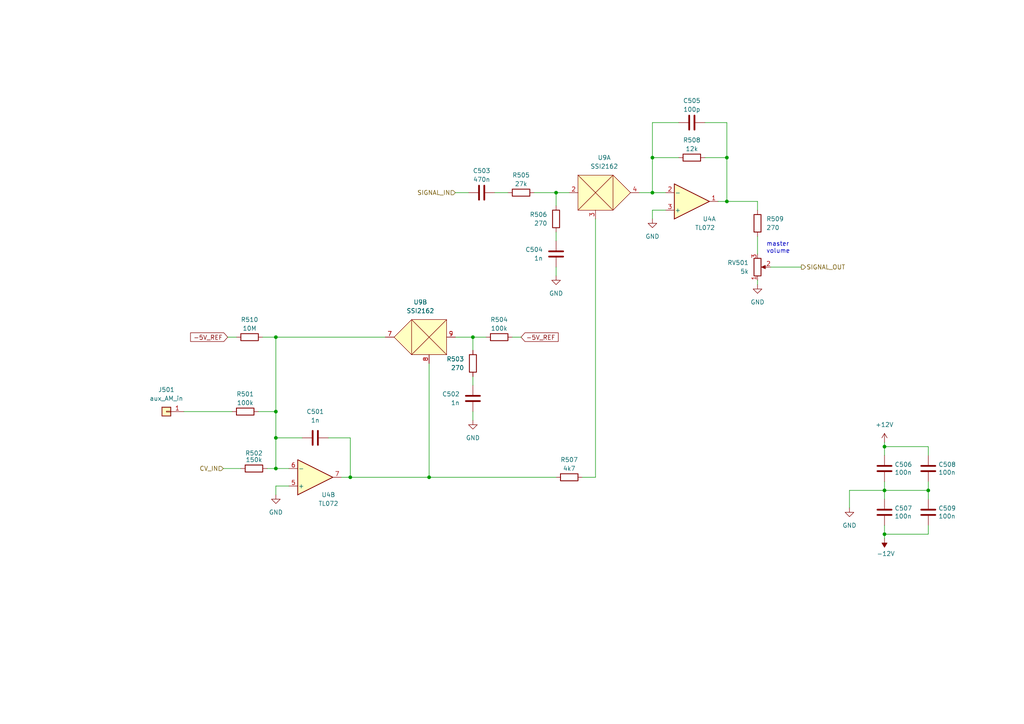
<source format=kicad_sch>
(kicad_sch (version 20211123) (generator eeschema)
  (paper "A4")
  (title_block (title "Micro-Pico Tiny Monosynth") (date "2022-10-06") (rev "1.0") (comment 1 "creativecommons.org/licences/by/4.0") (comment 2 "Licence: CC by 4.0") (comment 3 "Author: Jordan Aceto"))
  (lib_symbols
    (symbol "Amplifier_Operational:TL072" (pin_names (offset 0.127))
      (property "Reference" "U" (at 0 5.08 0))
      (property "Value" "TL072" (at 0 -5.08 0))
      (symbol "TL072_1_1"
        (polyline (pts (xy -5.08 5.08) (xy 5.08 0) (xy -5.08 -5.08) (xy -5.08 5.08)) (stroke (width 0.254)) (fill (type background)))
        (pin output line (at 7.62 0 180) (length 2.54) (name "~") (number "1"))
        (pin input line (at -7.62 -2.54 0) (length 2.54) (name "-") (number "2"))
        (pin input line (at -7.62 2.54 0) (length 2.54) (name "+") (number "3"))
      )
      (symbol "TL072_2_1"
        (polyline (pts (xy -5.08 5.08) (xy 5.08 0) (xy -5.08 -5.08) (xy -5.08 5.08)) (stroke (width 0.254)) (fill (type background)))
        (pin input line (at -7.62 2.54 0) (length 2.54) (name "+") (number "5"))
        (pin input line (at -7.62 -2.54 0) (length 2.54) (name "-") (number "6"))
        (pin output line (at 7.62 0 180) (length 2.54) (name "~") (number "7"))
      )
      (symbol "TL072_3_1"
        (pin power_in line (at -2.54 -7.62 90) (length 3.81) (name "V-") (number "4"))
        (pin power_in line (at -2.54 7.62 270) (length 3.81) (name "V+") (number "8"))
      )
    )
    (symbol "Connector_Generic:Conn_01x01" (pin_names (offset 1.016) hide)
      (property "Reference" "J" (at 0 2.54 0))
      (property "Value" "Conn_01x01" (at 0 -2.54 0))
      (symbol "Conn_01x01_1_1"
        (rectangle (start -1.27 0.127) (end 0 -0.127) (stroke (width 0.1524)))
        (rectangle (start -1.27 1.27) (end 1.27 -1.27) (stroke (width 0.254)) (fill (type background)))
        (pin passive line (at -5.08 0 0) (length 3.81) (name "Pin_1") (number "1"))
      )
    )
    (symbol "Device:C" (pin_numbers hide) (pin_names (offset 0.254))
      (property "Reference" "C" (at 0.635 2.54 0))
      (property "Value" "C" (at 0.635 -2.54 0))
      (symbol "C_0_1"
        (polyline (pts (xy -2.032 -0.762) (xy 2.032 -0.762)) (stroke (width 0.508)))
        (polyline (pts (xy -2.032 0.762) (xy 2.032 0.762)) (stroke (width 0.508)))
      )
      (symbol "C_1_1"
        (pin passive line (at 0 3.81 270) (length 2.794) (name "~") (number "1"))
        (pin passive line (at 0 -3.81 90) (length 2.794) (name "~") (number "2"))
      )
    )
    (symbol "Device:R" (pin_numbers hide) (pin_names (offset 0))
      (property "Reference" "R" (at 2.032 0 90))
      (property "Value" "R" (at 0 0 90))
      (symbol "R_0_1"
        (rectangle (start -1.016 -2.54) (end 1.016 2.54) (stroke (width 0.254)))
      )
      (symbol "R_1_1"
        (pin passive line (at 0 3.81 270) (length 1.27) (name "~") (number "1"))
        (pin passive line (at 0 -3.81 90) (length 1.27) (name "~") (number "2"))
      )
    )
    (symbol "Device:R_Potentiometer" (pin_names (offset 1.016) hide)
      (property "Reference" "RV" (at -4.445 0 90))
      (property "Value" "R_Potentiometer" (at -2.54 0 90))
      (symbol "R_Potentiometer_0_1"
        (polyline (pts (xy 2.54 0) (xy 1.524 0)))
        (polyline (pts (xy 1.143 0) (xy 2.286 0.508) (xy 2.286 -0.508) (xy 1.143 0)) (fill (type outline)))
        (rectangle (start 1.016 2.54) (end -1.016 -2.54) (stroke (width 0.254)))
      )
      (symbol "R_Potentiometer_1_1"
        (pin passive line (at 0 3.81 270) (length 1.27) (name "1") (number "1"))
        (pin passive line (at 3.81 0 180) (length 1.27) (name "2") (number "2"))
        (pin passive line (at 0 -3.81 90) (length 1.27) (name "3") (number "3"))
      )
    )
    (symbol "custom_symbols:SSI2162" (pin_names (offset 1.016))
      (property "Reference" "U?" (at -2.54 10.16 0))
      (property "Value" "SSI2162" (at -2.54 7.62 0))
      (symbol "SSI2162_1_1"
        (rectangle (start -5.08 5.08) (end 5.08 -5.08) (fill (type background)))
        (polyline (pts (xy 5.08 5.08) (xy -5.08 -5.08)))
        (polyline (pts (xy 5.08 5.08) (xy 10.16 0) (xy 5.08 -5.08) (xy -5.08 5.08)) (fill (type background)))
        (pin input line (at -7.62 0 0) (length 2.54) (name "~") (number "2"))
        (pin input line (at 0 -7.62 90) (length 2.54) (name "~") (number "3"))
        (pin output line (at 12.7 0 180) (length 2.54) (name "~") (number "4"))
      )
      (symbol "SSI2162_2_1"
        (rectangle (start -5.08 5.08) (end 5.08 -5.08) (fill (type background)))
        (polyline (pts (xy 5.08 5.08) (xy -5.08 -5.08)))
        (polyline (pts (xy 5.08 5.08) (xy 10.16 0) (xy 5.08 -5.08) (xy -5.08 5.08)) (fill (type background)))
        (pin output line (at 12.7 0 180) (length 2.54) (name "~") (number "7"))
        (pin input line (at 0 -7.62 90) (length 2.54) (name "~") (number "8"))
        (pin input line (at -7.62 0 0) (length 2.54) (name "~") (number "9"))
      )
      (symbol "SSI2162_3_1"
        (rectangle (start 3.81 -10.16) (end -3.81 6.35) (fill (type background)))
        (pin input line (at 6.35 3.81 180) (length 2.54) (name "MODE") (number "1"))
        (pin power_in line (at 6.35 0 180) (length 2.54) (name "V+") (number "10"))
        (pin power_in line (at 6.35 -3.81 180) (length 2.54) (name "GND") (number "5"))
        (pin power_in line (at 6.35 -7.62 180) (length 2.54) (name "V-") (number "6"))
      )
    )
    (symbol "power:+12V" (power) (pin_names (offset 0))
      (property "Value" "+12V" (at 0 3.556 0))
      (symbol "+12V_0_1"
        (polyline (pts (xy -0.762 1.27) (xy 0 2.54)))
        (polyline (pts (xy 0 0) (xy 0 2.54)))
        (polyline (pts (xy 0 2.54) (xy 0.762 1.27)))
      )
      (symbol "+12V_1_1"
        (pin power_in line (at 0 0 90) (length 0) hide (name "+12V") (number "1"))
      )
    )
    (symbol "power:-12V" (power) (pin_names (offset 0))
      (property "Value" "-12V" (at 0 3.81 0))
      (symbol "-12V_0_0"
        (pin power_in line (at 0 0 90) (length 0) hide (name "-12V") (number "1"))
      )
      (symbol "-12V_0_1"
        (polyline (pts (xy 0 0) (xy 0 1.27) (xy 0.762 1.27) (xy 0 2.54) (xy -0.762 1.27) (xy 0 1.27)) (fill (type outline)))
      )
    )
    (symbol "power:GND" (power) (pin_names (offset 0))
      (property "Value" "GND" (at 0 -3.81 0))
      (symbol "GND_0_1"
        (polyline (pts (xy 0 0) (xy 0 -1.27) (xy 1.27 -1.27) (xy 0 -2.54) (xy -1.27 -1.27) (xy 0 -1.27)))
      )
      (symbol "GND_1_1"
        (pin power_in line (at 0 0 270) (length 0) hide (name "GND") (number "1"))
      )
    )
  )
  (junction (at 80.01 97.79))
  (junction (at 124.46 138.43))
  (junction (at 210.82 45.72))
  (junction (at 189.23 45.72))
  (junction (at 210.82 58.42))
  (junction (at 80.01 135.89))
  (junction (at 269.24 142.24))
  (junction (at 256.54 129.54))
  (junction (at 256.54 142.24))
  (junction (at 189.23 55.88))
  (junction (at 80.01 119.38))
  (junction (at 101.6 138.43))
  (junction (at 161.29 55.88))
  (junction (at 137.16 97.79))
  (junction (at 256.54 154.94))
  (junction (at 80.01 127))
  (wire (pts (xy 256.54 154.94) (xy 269.24 154.94)))
  (wire (pts (xy 161.29 77.47) (xy 161.29 80.01)))
  (wire (pts (xy 80.01 140.97) (xy 83.82 140.97)))
  (wire (pts (xy 101.6 127) (xy 101.6 138.43)))
  (wire (pts (xy 168.91 138.43) (xy 172.72 138.43)))
  (wire (pts (xy 154.94 55.88) (xy 161.29 55.88)))
  (wire (pts (xy 189.23 35.56) (xy 189.23 45.72)))
  (wire (pts (xy 269.24 139.7) (xy 269.24 142.24)))
  (wire (pts (xy 80.01 143.51) (xy 80.01 140.97)))
  (wire (pts (xy 124.46 138.43) (xy 101.6 138.43)))
  (wire (pts (xy 151.13 97.79) (xy 148.59 97.79)))
  (wire (pts (xy 74.93 119.38) (xy 80.01 119.38)))
  (wire (pts (xy 172.72 63.5) (xy 172.72 138.43)))
  (wire (pts (xy 256.54 152.4) (xy 256.54 154.94)))
  (wire (pts (xy 219.71 68.58) (xy 219.71 73.66)))
  (wire (pts (xy 137.16 97.79) (xy 140.97 97.79)))
  (wire (pts (xy 269.24 129.54) (xy 256.54 129.54)))
  (wire (pts (xy 111.76 97.79) (xy 80.01 97.79)))
  (wire (pts (xy 143.51 55.88) (xy 147.32 55.88)))
  (wire (pts (xy 80.01 97.79) (xy 76.2 97.79)))
  (wire (pts (xy 69.85 135.89) (xy 64.77 135.89)))
  (wire (pts (xy 80.01 127) (xy 80.01 119.38)))
  (wire (pts (xy 219.71 81.28) (xy 219.71 82.55)))
  (wire (pts (xy 137.16 101.6) (xy 137.16 97.79)))
  (wire (pts (xy 193.04 55.88) (xy 189.23 55.88)))
  (wire (pts (xy 246.38 142.24) (xy 256.54 142.24)))
  (wire (pts (xy 269.24 142.24) (xy 256.54 142.24)))
  (wire (pts (xy 204.47 45.72) (xy 210.82 45.72)))
  (wire (pts (xy 189.23 55.88) (xy 189.23 45.72)))
  (wire (pts (xy 223.52 77.47) (xy 232.41 77.47)))
  (wire (pts (xy 246.38 147.32) (xy 246.38 142.24)))
  (wire (pts (xy 256.54 132.08) (xy 256.54 129.54)))
  (wire (pts (xy 137.16 119.38) (xy 137.16 121.92)))
  (wire (pts (xy 196.85 35.56) (xy 189.23 35.56)))
  (wire (pts (xy 189.23 55.88) (xy 185.42 55.88)))
  (wire (pts (xy 80.01 135.89) (xy 77.47 135.89)))
  (wire (pts (xy 53.34 119.38) (xy 67.31 119.38)))
  (wire (pts (xy 256.54 144.78) (xy 256.54 142.24)))
  (wire (pts (xy 210.82 58.42) (xy 208.28 58.42)))
  (wire (pts (xy 210.82 58.42) (xy 219.71 58.42)))
  (wire (pts (xy 66.04 97.79) (xy 68.58 97.79)))
  (wire (pts (xy 210.82 35.56) (xy 210.82 45.72)))
  (wire (pts (xy 101.6 138.43) (xy 99.06 138.43)))
  (wire (pts (xy 161.29 67.31) (xy 161.29 69.85)))
  (wire (pts (xy 83.82 135.89) (xy 80.01 135.89)))
  (wire (pts (xy 80.01 135.89) (xy 80.01 127)))
  (wire (pts (xy 269.24 152.4) (xy 269.24 154.94)))
  (wire (pts (xy 189.23 45.72) (xy 196.85 45.72)))
  (wire (pts (xy 80.01 119.38) (xy 80.01 97.79)))
  (wire (pts (xy 204.47 35.56) (xy 210.82 35.56)))
  (wire (pts (xy 189.23 63.5) (xy 189.23 60.96)))
  (wire (pts (xy 137.16 97.79) (xy 132.08 97.79)))
  (wire (pts (xy 161.29 59.69) (xy 161.29 55.88)))
  (wire (pts (xy 161.29 55.88) (xy 165.1 55.88)))
  (wire (pts (xy 135.89 55.88) (xy 132.08 55.88)))
  (wire (pts (xy 137.16 109.22) (xy 137.16 111.76)))
  (wire (pts (xy 256.54 139.7) (xy 256.54 142.24)))
  (wire (pts (xy 80.01 127) (xy 87.63 127)))
  (wire (pts (xy 124.46 105.41) (xy 124.46 138.43)))
  (wire (pts (xy 210.82 45.72) (xy 210.82 58.42)))
  (wire (pts (xy 256.54 156.21) (xy 256.54 154.94)))
  (wire (pts (xy 189.23 60.96) (xy 193.04 60.96)))
  (wire (pts (xy 219.71 58.42) (xy 219.71 60.96)))
  (wire (pts (xy 269.24 132.08) (xy 269.24 129.54)))
  (wire (pts (xy 269.24 144.78) (xy 269.24 142.24)))
  (wire (pts (xy 124.46 138.43) (xy 161.29 138.43)))
  (wire (pts (xy 256.54 128.27) (xy 256.54 129.54)))
  (wire (pts (xy 95.25 127) (xy 101.6 127)))
  (text "master\nvolume" (at 222.25 73.66 0) (effects (font (size 1.27 1.27)) (justify left bottom)))
  (global_label "-5V_REF" (shape input) (at 66.04 97.79 180) (property "Intersheet References" "${INTERSHEET_REFS}" (effects hide)))
  (global_label "-5V_REF" (shape input) (at 151.13 97.79 0) (property "Intersheet References" "${INTERSHEET_REFS}" (effects hide)))
  (hierarchical_label "SIGNAL_OUT" (shape output) (at 232.41 77.47 0))
  (hierarchical_label "CV_IN" (shape input) (at 64.77 135.89 180))
  (hierarchical_label "SIGNAL_IN" (shape input) (at 132.08 55.88 180))
  (symbol (lib_id "power:GND") (at 80.01 143.51 0) (mirror y) (unit 1)
    (property "Reference" "#PWR0502" (effects hide))
    (property "Value" "GND" (at 80.01 148.59 0))
  )
  (symbol (lib_id "Device:R") (at 161.29 63.5 0) (mirror y) (unit 1)
    (property "Reference" "R506" (at 158.75 62.2299 0) (effects (justify left)))
    (property "Value" "270" (at 158.75 64.7699 0) (effects (justify left)))
    (property "Footprint" "Resistor_SMD:R_0603_1608Metric" (effects hide))
  )
  (symbol (lib_id "Device:C") (at 139.7 55.88 90) (unit 1)
    (property "Reference" "C503" (at 139.7 49.53 90))
    (property "Value" "470n" (at 139.7 52.07 90))
    (property "Footprint" "Capacitor_THT:C_Rect_L7.0mm_W3.5mm_P5.00mm" (effects hide))
  )
  (symbol (lib_id "Device:R") (at 144.78 97.79 90) (unit 1)
    (property "Reference" "R504" (at 144.78 92.71 90))
    (property "Value" "100k" (at 144.78 95.25 90))
    (property "Footprint" "Resistor_SMD:R_0603_1608Metric" (effects hide))
  )
  (symbol (lib_id "Device:R") (at 137.16 105.41 0) (unit 1)
    (property "Reference" "R503" (at 134.62 104.1399 0) (effects (justify right)))
    (property "Value" "270" (at 134.62 106.6799 0) (effects (justify right)))
    (property "Footprint" "Resistor_SMD:R_0603_1608Metric" (effects hide))
  )
  (symbol (lib_id "Device:C") (at 269.24 135.89 0) (unit 1)
    (property "Reference" "C508" (at 272.161 134.7216 0) (effects (justify left)))
    (property "Value" "100n" (at 272.161 137.033 0) (effects (justify left)))
    (property "Footprint" "Capacitor_SMD:C_0603_1608Metric" (effects hide))
  )
  (symbol (lib_id "power:GND") (at 137.16 121.92 0) (unit 1)
    (property "Reference" "#PWR0503" (effects hide))
    (property "Value" "GND" (at 137.16 127 0))
  )
  (symbol (lib_id "Connector_Generic:Conn_01x01") (at 48.26 119.38 0) (mirror y) (unit 1) (in_bom no)
    (property "Reference" "J501" (at 48.26 113.03 0))
    (property "Value" "aux_AM_in" (at 48.26 115.57 0))
    (property "Footprint" "TestPoint:TestPoint_Keystone_5000-5004_Miniature" (effects hide))
  )
  (symbol (lib_id "power:-12V") (at 256.54 156.21 0) (mirror x) (unit 1)
    (property "Reference" "#PWR0512" (effects hide))
    (property "Value" "-12V" (at 256.921 160.6042 0))
  )
  (symbol (lib_id "Device:R_Potentiometer") (at 219.71 77.47 0) (mirror x) (unit 1)
    (property "Reference" "RV501" (at 217.17 76.1999 0) (effects (justify right)))
    (property "Value" "5k" (at 217.17 78.7399 0) (effects (justify right)))
    (property "Footprint" "custom_footprints:Bourns_PTV09" (effects hide))
  )
  (symbol (lib_id "Device:R") (at 165.1 138.43 90) (unit 1)
    (property "Reference" "R507" (at 165.1 133.35 90))
    (property "Value" "4k7" (at 165.1 135.89 90))
    (property "Footprint" "Resistor_SMD:R_0603_1608Metric" (effects hide))
  )
  (symbol (lib_id "power:+12V") (at 256.54 128.27 0) (unit 1)
    (property "Reference" "#PWR0511" (effects hide))
    (property "Value" "+12V" (at 256.54 123.19 0))
  )
  (symbol (lib_id "power:GND") (at 246.38 147.32 0) (unit 1)
    (property "Reference" "#PWR0510" (effects hide))
    (property "Value" "GND" (at 246.38 152.4 0))
  )
  (symbol (lib_id "power:GND") (at 219.71 82.55 0) (unit 1)
    (property "Reference" "#PWR0513" (effects hide))
    (property "Value" "GND" (at 219.71 87.63 0))
  )
  (symbol (lib_id "power:GND") (at 189.23 63.5 0) (mirror y) (unit 1)
    (property "Reference" "#PWR0506" (effects hide))
    (property "Value" "GND" (at 189.23 68.58 0))
  )
  (symbol (lib_id "Device:R") (at 73.66 135.89 270) (mirror x) (unit 1)
    (property "Reference" "R502" (at 73.66 131.445 90))
    (property "Value" "150k" (at 73.66 133.35 90))
    (property "Footprint" "Resistor_SMD:R_0603_1608Metric" (effects hide))
  )
  (symbol (lib_id "Device:R") (at 72.39 97.79 270) (mirror x) (unit 1)
    (property "Reference" "R510" (at 72.39 92.71 90))
    (property "Value" "10M" (at 72.39 95.25 90))
    (property "Footprint" "Resistor_SMD:R_0603_1608Metric" (effects hide))
  )
  (symbol (lib_id "Device:C") (at 91.44 127 270) (mirror x) (unit 1)
    (property "Reference" "C501" (at 91.44 119.38 90))
    (property "Value" "1n" (at 91.44 121.92 90))
    (property "Footprint" "Capacitor_SMD:C_0603_1608Metric" (effects hide))
  )
  (symbol (lib_id "Device:C") (at 269.24 148.59 0) (unit 1)
    (property "Reference" "C509" (at 272.161 147.4216 0) (effects (justify left)))
    (property "Value" "100n" (at 272.161 149.733 0) (effects (justify left)))
    (property "Footprint" "Capacitor_SMD:C_0603_1608Metric" (effects hide))
  )
  (symbol (lib_id "Device:C") (at 137.16 115.57 0) (unit 1)
    (property "Reference" "C502" (at 133.35 114.2999 0) (effects (justify right)))
    (property "Value" "1n" (at 133.35 116.8399 0) (effects (justify right)))
    (property "Footprint" "Capacitor_SMD:C_0603_1608Metric" (effects hide))
  )
  (symbol (lib_id "Device:C") (at 161.29 73.66 0) (mirror y) (unit 1)
    (property "Reference" "C504" (at 157.48 72.3899 0) (effects (justify left)))
    (property "Value" "1n" (at 157.48 74.9299 0) (effects (justify left)))
    (property "Footprint" "Capacitor_SMD:C_0603_1608Metric" (effects hide))
  )
  (symbol (lib_id "power:GND") (at 161.29 80.01 0) (mirror y) (unit 1)
    (property "Reference" "#PWR0505" (effects hide))
    (property "Value" "GND" (at 161.29 85.09 0))
  )
  (symbol (lib_id "custom_symbols:SSI2162") (at 124.46 97.79 0) (mirror y) (unit 2)
    (property "Reference" "U9" (at 121.92 87.63 0))
    (property "Value" "SSI2162" (at 121.92 90.17 0))
    (property "Footprint" "Package_SO:SSOP-10_3.9x4.9mm_P1.00mm" (effects hide))
    (property "Datasheet" "https://www.soundsemiconductor.com/downloads/ssi2162datasheet.pdf" (effects hide))
  )
  (symbol (lib_id "Amplifier_Operational:TL072") (at 200.66 58.42 0) (mirror x) (unit 1)
    (property "Reference" "U4" (at 205.74 63.5 0))
    (property "Value" "TL072" (at 204.47 66.04 0))
    (property "Footprint" "Package_SO:SOIC-8_3.9x4.9mm_P1.27mm" (effects hide))
    (property "Datasheet" "http://www.ti.com/lit/ds/symlink/tl071.pdf" (effects hide))
  )
  (symbol (lib_id "Amplifier_Operational:TL072") (at 91.44 138.43 0) (mirror x) (unit 2)
    (property "Reference" "U4" (at 95.25 143.51 0))
    (property "Value" "TL072" (at 95.25 146.05 0))
    (property "Footprint" "Package_SO:SOIC-8_3.9x4.9mm_P1.27mm" (effects hide))
    (property "Datasheet" "http://www.ti.com/lit/ds/symlink/tl071.pdf" (effects hide))
  )
  (symbol (lib_id "Device:R") (at 151.13 55.88 270) (mirror x) (unit 1)
    (property "Reference" "R505" (at 151.13 50.8 90))
    (property "Value" "27k" (at 151.13 53.34 90))
    (property "Footprint" "Resistor_SMD:R_0603_1608Metric" (effects hide))
  )
  (symbol (lib_id "Device:R") (at 71.12 119.38 90) (unit 1)
    (property "Reference" "R501" (at 71.12 114.3 90))
    (property "Value" "100k" (at 71.12 116.84 90))
    (property "Footprint" "Resistor_SMD:R_0603_1608Metric" (effects hide))
  )
  (symbol (lib_id "Device:R") (at 219.71 64.77 0) (mirror y) (unit 1)
    (property "Reference" "R509" (at 222.25 63.4999 0) (effects (justify right)))
    (property "Value" "270" (at 222.25 66.0399 0) (effects (justify right)))
    (property "Footprint" "Resistor_SMD:R_0603_1608Metric" (effects hide))
  )
  (symbol (lib_id "Device:C") (at 256.54 135.89 0) (unit 1)
    (property "Reference" "C506" (at 259.461 134.7216 0) (effects (justify left)))
    (property "Value" "100n" (at 259.461 137.033 0) (effects (justify left)))
    (property "Footprint" "Capacitor_SMD:C_0603_1608Metric" (effects hide))
  )
  (symbol (lib_id "Device:R") (at 200.66 45.72 270) (mirror x) (unit 1)
    (property "Reference" "R508" (at 200.66 40.64 90))
    (property "Value" "12k" (at 200.66 43.18 90))
    (property "Footprint" "Resistor_SMD:R_0603_1608Metric" (effects hide))
  )
  (symbol (lib_id "Device:C") (at 256.54 148.59 0) (unit 1)
    (property "Reference" "C507" (at 259.461 147.4216 0) (effects (justify left)))
    (property "Value" "100n" (at 259.461 149.733 0) (effects (justify left)))
    (property "Footprint" "Capacitor_SMD:C_0603_1608Metric" (effects hide))
  )
  (symbol (lib_id "custom_symbols:SSI2162") (at 172.72 55.88 0) (unit 1)
    (property "Reference" "U9" (at 175.26 45.72 0))
    (property "Value" "SSI2162" (at 175.26 48.26 0))
    (property "Footprint" "Package_SO:SSOP-10_3.9x4.9mm_P1.00mm" (effects hide))
    (property "Datasheet" "https://www.soundsemiconductor.com/downloads/ssi2162datasheet.pdf" (effects hide))
  )
  (symbol (lib_id "Device:C") (at 200.66 35.56 270) (mirror x) (unit 1)
    (property "Reference" "C505" (at 200.66 29.21 90))
    (property "Value" "100p" (at 200.66 31.75 90))
    (property "Footprint" "Capacitor_SMD:C_0603_1608Metric" (effects hide))
  )
)
</source>
